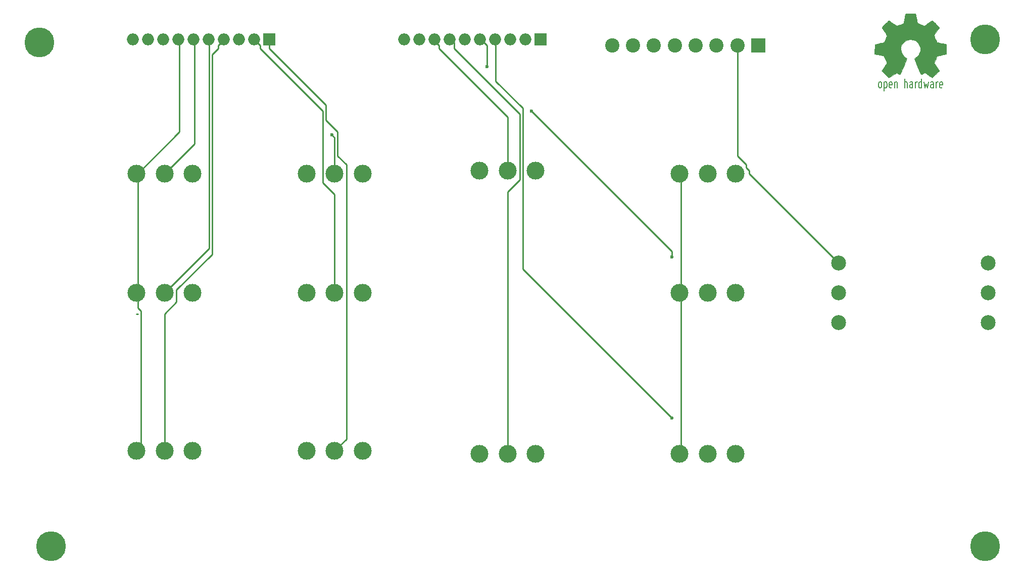
<source format=gbr>
G04 #@! TF.FileFunction,Copper,L1,Top,Signal*
%FSLAX46Y46*%
G04 Gerber Fmt 4.6, Leading zero omitted, Abs format (unit mm)*
G04 Created by KiCad (PCBNEW 4.0.0-rc2-stable) date 11-1-2016 16:01:00*
%MOMM*%
G01*
G04 APERTURE LIST*
%ADD10C,0.100000*%
%ADD11C,0.150000*%
%ADD12C,0.002540*%
%ADD13O,1.998980X1.998980*%
%ADD14R,1.998980X1.998980*%
%ADD15C,2.499360*%
%ADD16C,2.997200*%
%ADD17C,2.400000*%
%ADD18R,2.400000X2.400000*%
%ADD19C,5.001260*%
%ADD20C,0.600000*%
%ADD21C,0.250000*%
G04 APERTURE END LIST*
D10*
D11*
X192210000Y-43110000D02*
X192310000Y-43040000D01*
X192030000Y-43110000D02*
X192210000Y-43110000D01*
X191930000Y-43040000D02*
X192030000Y-43110000D01*
X191880000Y-42900000D02*
X191930000Y-43040000D01*
X191880000Y-42320000D02*
X191880000Y-42900000D01*
X191940000Y-42170000D02*
X191880000Y-42320000D01*
X192040000Y-42100000D02*
X191940000Y-42170000D01*
X192210000Y-42100000D02*
X192040000Y-42100000D01*
X192310000Y-42190000D02*
X192210000Y-42100000D01*
X192360000Y-42320000D02*
X192310000Y-42190000D01*
X192360000Y-42590000D02*
X192360000Y-42320000D01*
X191880000Y-42590000D02*
X192360000Y-42590000D01*
X191310000Y-42110000D02*
X191310000Y-43110000D01*
X191360000Y-42250000D02*
X191310000Y-42420000D01*
X191400000Y-42190000D02*
X191360000Y-42250000D01*
X191500000Y-42110000D02*
X191400000Y-42190000D01*
X191610000Y-42110000D02*
X191500000Y-42110000D01*
X189260000Y-42100000D02*
X189450000Y-43110000D01*
X189450000Y-43110000D02*
X189640000Y-42390000D01*
X189640000Y-42390000D02*
X189830000Y-43110000D01*
X189830000Y-43110000D02*
X190030000Y-42100000D01*
X188880000Y-43030000D02*
X188790000Y-43110000D01*
X188790000Y-43110000D02*
X188600000Y-43110000D01*
X188600000Y-43110000D02*
X188530000Y-43060000D01*
X188530000Y-43060000D02*
X188460000Y-42980000D01*
X188460000Y-42980000D02*
X188400000Y-42820000D01*
X188400000Y-42820000D02*
X188400000Y-42400000D01*
X188400000Y-42400000D02*
X188450000Y-42250000D01*
X188450000Y-42250000D02*
X188520000Y-42160000D01*
X188520000Y-42160000D02*
X188600000Y-42110000D01*
X188600000Y-42110000D02*
X188780000Y-42110000D01*
X188780000Y-42110000D02*
X188880000Y-42190000D01*
X188880000Y-41610000D02*
X188880000Y-43110000D01*
X188130000Y-42110000D02*
X188020000Y-42110000D01*
X188020000Y-42110000D02*
X187920000Y-42190000D01*
X187920000Y-42190000D02*
X187880000Y-42250000D01*
X187880000Y-42250000D02*
X187830000Y-42420000D01*
X187830000Y-42110000D02*
X187830000Y-43110000D01*
X190840000Y-42320000D02*
X190840000Y-43110000D01*
X190780000Y-42170000D02*
X190840000Y-42320000D01*
X190690000Y-42100000D02*
X190780000Y-42170000D01*
X190510000Y-42100000D02*
X190690000Y-42100000D01*
X190400000Y-42180000D02*
X190510000Y-42100000D01*
X190360000Y-42880000D02*
X190400000Y-43020000D01*
X190360000Y-42750000D02*
X190360000Y-42880000D01*
X190410000Y-42610000D02*
X190360000Y-42750000D01*
X190510000Y-42530000D02*
X190410000Y-42610000D01*
X190750000Y-42530000D02*
X190510000Y-42530000D01*
X190840000Y-42460000D02*
X190750000Y-42530000D01*
X190740000Y-43110000D02*
X190840000Y-43030000D01*
X190510000Y-43110000D02*
X190740000Y-43110000D01*
X190400000Y-43020000D02*
X190510000Y-43110000D01*
X186920000Y-43020000D02*
X187030000Y-43110000D01*
X187030000Y-43110000D02*
X187260000Y-43110000D01*
X187260000Y-43110000D02*
X187360000Y-43030000D01*
X187360000Y-42460000D02*
X187270000Y-42530000D01*
X187270000Y-42530000D02*
X187030000Y-42530000D01*
X187030000Y-42530000D02*
X186930000Y-42610000D01*
X186930000Y-42610000D02*
X186880000Y-42750000D01*
X186880000Y-42750000D02*
X186880000Y-42880000D01*
X186880000Y-42880000D02*
X186920000Y-43020000D01*
X186920000Y-42180000D02*
X187030000Y-42100000D01*
X187030000Y-42100000D02*
X187210000Y-42100000D01*
X187210000Y-42100000D02*
X187300000Y-42170000D01*
X187300000Y-42170000D02*
X187360000Y-42320000D01*
X187360000Y-42320000D02*
X187360000Y-43110000D01*
X186020000Y-43110000D02*
X186020000Y-41610000D01*
X186080000Y-42170000D02*
X186020000Y-42240000D01*
X186160000Y-42110000D02*
X186080000Y-42170000D01*
X186300000Y-42110000D02*
X186160000Y-42110000D01*
X186400000Y-42180000D02*
X186300000Y-42110000D01*
X186450000Y-42330000D02*
X186400000Y-42180000D01*
X186450000Y-43110000D02*
X186450000Y-42330000D01*
X184790000Y-43110000D02*
X184790000Y-42330000D01*
X184790000Y-42330000D02*
X184740000Y-42180000D01*
X184740000Y-42180000D02*
X184640000Y-42110000D01*
X184640000Y-42110000D02*
X184500000Y-42110000D01*
X184500000Y-42110000D02*
X184420000Y-42170000D01*
X184420000Y-42170000D02*
X184360000Y-42240000D01*
X184360000Y-42110000D02*
X184360000Y-43110000D01*
X183450000Y-42590000D02*
X183930000Y-42590000D01*
X183930000Y-42590000D02*
X183930000Y-42320000D01*
X183930000Y-42320000D02*
X183880000Y-42190000D01*
X183880000Y-42190000D02*
X183780000Y-42100000D01*
X183780000Y-42100000D02*
X183610000Y-42100000D01*
X183610000Y-42100000D02*
X183510000Y-42170000D01*
X183510000Y-42170000D02*
X183450000Y-42320000D01*
X183450000Y-42320000D02*
X183450000Y-42900000D01*
X183450000Y-42900000D02*
X183500000Y-43040000D01*
X183500000Y-43040000D02*
X183600000Y-43110000D01*
X183600000Y-43110000D02*
X183780000Y-43110000D01*
X183780000Y-43110000D02*
X183880000Y-43040000D01*
X182590000Y-42100000D02*
X182590000Y-43610000D01*
X182700000Y-42100000D02*
X182880000Y-42100000D01*
X182700000Y-43100000D02*
X182890000Y-43100000D01*
X182700000Y-42100000D02*
X182620000Y-42160000D01*
X182970000Y-42170000D02*
X182880000Y-42100000D01*
X183020000Y-42240000D02*
X182970000Y-42170000D01*
X183070000Y-42400000D02*
X183020000Y-42240000D01*
X183070000Y-42810000D02*
X183070000Y-42400000D01*
X183020000Y-42950000D02*
X183070000Y-42810000D01*
X182980000Y-43020000D02*
X183020000Y-42950000D01*
X182880000Y-43100000D02*
X182980000Y-43020000D01*
X182600000Y-43030000D02*
X182700000Y-43100000D01*
X181640000Y-42400000D02*
X181640000Y-42810000D01*
X181640000Y-42810000D02*
X181690000Y-42950000D01*
X181690000Y-42950000D02*
X181740000Y-43040000D01*
X181740000Y-43040000D02*
X181840000Y-43110000D01*
X181840000Y-43110000D02*
X181980000Y-43110000D01*
X181980000Y-43110000D02*
X182080000Y-43030000D01*
X182080000Y-43030000D02*
X182120000Y-42960000D01*
X182120000Y-42960000D02*
X182170000Y-42820000D01*
X182170000Y-42820000D02*
X182170000Y-42410000D01*
X182170000Y-42410000D02*
X182120000Y-42250000D01*
X182120000Y-42250000D02*
X182070000Y-42180000D01*
X182070000Y-42180000D02*
X181980000Y-42110000D01*
X181980000Y-42110000D02*
X181830000Y-42110000D01*
X181830000Y-42110000D02*
X181750000Y-42170000D01*
X181750000Y-42170000D02*
X181690000Y-42250000D01*
X181690000Y-42250000D02*
X181640000Y-42400000D01*
D12*
G36*
X183362720Y-41389880D02*
X183426220Y-41356860D01*
X183565920Y-41267960D01*
X183766580Y-41138420D01*
X184002800Y-40978400D01*
X184241560Y-40818380D01*
X184437140Y-40686300D01*
X184574300Y-40599940D01*
X184630180Y-40566920D01*
X184660660Y-40577080D01*
X184774960Y-40632960D01*
X184937520Y-40719320D01*
X185034040Y-40767580D01*
X185183900Y-40833620D01*
X185257560Y-40846320D01*
X185270260Y-40826000D01*
X185326140Y-40709160D01*
X185412500Y-40513580D01*
X185526800Y-40251960D01*
X185656340Y-39949700D01*
X185793500Y-39619500D01*
X185933200Y-39284220D01*
X186065280Y-38966720D01*
X186184660Y-38679700D01*
X186278640Y-38446020D01*
X186339600Y-38283460D01*
X186362460Y-38212340D01*
X186354840Y-38197100D01*
X186281180Y-38125980D01*
X186149100Y-38026920D01*
X185864620Y-37795780D01*
X185585220Y-37445260D01*
X185415040Y-37049020D01*
X185356620Y-36607060D01*
X185404880Y-36198120D01*
X185567440Y-35804420D01*
X185841760Y-35451360D01*
X186174500Y-35187200D01*
X186563120Y-35022100D01*
X187000000Y-34966220D01*
X187419100Y-35014480D01*
X187820420Y-35171960D01*
X188173480Y-35441200D01*
X188323340Y-35613920D01*
X188529080Y-35972060D01*
X188645920Y-36358140D01*
X188658620Y-36454660D01*
X188640840Y-36876300D01*
X188516380Y-37280160D01*
X188295400Y-37640840D01*
X187985520Y-37938020D01*
X187947420Y-37965960D01*
X187802640Y-38072640D01*
X187708660Y-38146300D01*
X187632460Y-38207260D01*
X188168400Y-39500120D01*
X188254760Y-39705860D01*
X188402080Y-40056380D01*
X188531620Y-40361180D01*
X188635760Y-40605020D01*
X188706880Y-40765040D01*
X188737360Y-40831080D01*
X188742440Y-40833620D01*
X188788160Y-40841240D01*
X188887220Y-40805680D01*
X189067560Y-40719320D01*
X189186940Y-40658360D01*
X189324100Y-40592320D01*
X189385060Y-40566920D01*
X189438400Y-40594860D01*
X189570480Y-40681220D01*
X189760980Y-40810760D01*
X189992120Y-40965700D01*
X190213100Y-41115560D01*
X190416300Y-41250180D01*
X190563620Y-41344160D01*
X190634740Y-41382260D01*
X190644900Y-41382260D01*
X190708400Y-41346700D01*
X190825240Y-41250180D01*
X191000500Y-41082540D01*
X191249420Y-40838700D01*
X191287520Y-40800600D01*
X191493260Y-40592320D01*
X191658360Y-40417060D01*
X191770120Y-40292600D01*
X191810760Y-40236720D01*
X191810760Y-40236720D01*
X191772660Y-40165600D01*
X191681220Y-40018280D01*
X191546600Y-39815080D01*
X191384040Y-39573780D01*
X190954780Y-38954020D01*
X191191000Y-38367280D01*
X191262120Y-38186940D01*
X191353560Y-37968500D01*
X191422140Y-37813560D01*
X191457700Y-37744980D01*
X191521200Y-37722120D01*
X191681220Y-37684020D01*
X191914900Y-37635760D01*
X192191760Y-37584960D01*
X192455920Y-37536700D01*
X192694680Y-37490980D01*
X192867400Y-37457960D01*
X192946140Y-37442720D01*
X192963920Y-37430020D01*
X192979160Y-37391920D01*
X192989320Y-37310640D01*
X192994400Y-37165860D01*
X192999480Y-36937260D01*
X192999480Y-36607060D01*
X192999480Y-36571500D01*
X192994400Y-36256540D01*
X192989320Y-36005080D01*
X192981700Y-35839980D01*
X192969000Y-35773940D01*
X192969000Y-35773940D01*
X192895340Y-35756160D01*
X192725160Y-35720600D01*
X192486400Y-35672340D01*
X192201920Y-35619000D01*
X192184140Y-35616460D01*
X191899660Y-35560580D01*
X191663440Y-35512320D01*
X191495800Y-35474220D01*
X191427220Y-35451360D01*
X191411980Y-35431040D01*
X191353560Y-35319280D01*
X191272280Y-35144020D01*
X191178300Y-34930660D01*
X191086860Y-34707140D01*
X191005580Y-34506480D01*
X190952240Y-34356620D01*
X190937000Y-34288040D01*
X190937000Y-34288040D01*
X190980180Y-34219460D01*
X191076700Y-34072140D01*
X191216400Y-33868940D01*
X191381500Y-33627640D01*
X191394200Y-33607320D01*
X191556760Y-33368560D01*
X191688840Y-33165360D01*
X191777740Y-33020580D01*
X191810760Y-32957080D01*
X191810760Y-32952000D01*
X191754880Y-32880880D01*
X191632960Y-32743720D01*
X191457700Y-32560840D01*
X191249420Y-32350020D01*
X191180840Y-32283980D01*
X190949700Y-32055380D01*
X190787140Y-31908060D01*
X190685540Y-31826780D01*
X190637280Y-31809000D01*
X190634740Y-31811540D01*
X190563620Y-31854720D01*
X190411220Y-31953780D01*
X190205480Y-32093480D01*
X189961640Y-32258580D01*
X189946400Y-32268740D01*
X189705100Y-32431300D01*
X189506980Y-32568460D01*
X189364740Y-32662440D01*
X189301240Y-32698000D01*
X189291080Y-32698000D01*
X189194560Y-32670060D01*
X189024380Y-32611640D01*
X188813560Y-32530360D01*
X188592580Y-32441460D01*
X188389380Y-32355100D01*
X188239520Y-32286520D01*
X188168400Y-32245880D01*
X188165860Y-32243340D01*
X188140460Y-32156980D01*
X188099820Y-31976640D01*
X188046480Y-31730260D01*
X187993140Y-31435620D01*
X187982980Y-31389900D01*
X187929640Y-31102880D01*
X187883920Y-30866660D01*
X187848360Y-30704100D01*
X187833120Y-30635520D01*
X187792480Y-30627900D01*
X187652780Y-30617740D01*
X187439420Y-30610120D01*
X187180340Y-30607580D01*
X186908560Y-30610120D01*
X186644400Y-30615200D01*
X186418340Y-30622820D01*
X186255780Y-30635520D01*
X186187200Y-30648220D01*
X186184660Y-30653300D01*
X186161800Y-30742200D01*
X186121160Y-30920000D01*
X186070360Y-31168920D01*
X186014480Y-31463560D01*
X186004320Y-31516900D01*
X185950980Y-31801380D01*
X185902720Y-32035060D01*
X185867160Y-32195080D01*
X185849380Y-32258580D01*
X185823980Y-32271280D01*
X185707140Y-32324620D01*
X185516640Y-32403360D01*
X185277880Y-32499880D01*
X184729240Y-32720860D01*
X184056140Y-32258580D01*
X183995180Y-32217940D01*
X183751340Y-32052840D01*
X183553220Y-31920760D01*
X183413520Y-31831860D01*
X183357640Y-31798840D01*
X183352560Y-31801380D01*
X183283980Y-31859800D01*
X183151900Y-31984260D01*
X182969020Y-32162060D01*
X182758200Y-32372880D01*
X182600720Y-32530360D01*
X182415300Y-32718320D01*
X182298460Y-32845320D01*
X182232420Y-32926600D01*
X182209560Y-32977400D01*
X182217180Y-33010420D01*
X182260360Y-33079000D01*
X182359420Y-33226320D01*
X182496580Y-33432060D01*
X182661680Y-33668280D01*
X182796300Y-33868940D01*
X182943620Y-34095000D01*
X183037600Y-34255020D01*
X183070620Y-34333760D01*
X183063000Y-34366780D01*
X183014740Y-34498860D01*
X182936000Y-34699520D01*
X182834400Y-34935740D01*
X182600720Y-35469140D01*
X182250200Y-35535180D01*
X182039380Y-35575820D01*
X181742200Y-35634240D01*
X181457720Y-35687580D01*
X181015760Y-35773940D01*
X181000520Y-37399540D01*
X181069100Y-37430020D01*
X181135140Y-37447800D01*
X181297700Y-37483360D01*
X181531380Y-37529080D01*
X181808240Y-37582420D01*
X182044460Y-37625600D01*
X182280680Y-37671320D01*
X182450860Y-37704340D01*
X182527060Y-37719580D01*
X182544840Y-37744980D01*
X182605800Y-37861820D01*
X182689620Y-38042160D01*
X182783600Y-38263140D01*
X182877580Y-38489200D01*
X182961400Y-38700020D01*
X183019820Y-38860040D01*
X183042680Y-38943860D01*
X183009660Y-39004820D01*
X182920760Y-39144520D01*
X182788680Y-39342640D01*
X182628660Y-39578860D01*
X182466100Y-39815080D01*
X182331480Y-40015740D01*
X182234960Y-40160520D01*
X182196860Y-40226560D01*
X182217180Y-40272280D01*
X182311160Y-40386580D01*
X182488960Y-40569460D01*
X182753120Y-40831080D01*
X182796300Y-40874260D01*
X183007120Y-41074920D01*
X183184920Y-41240020D01*
X183306840Y-41349240D01*
X183362720Y-41389880D01*
X183362720Y-41389880D01*
G37*
X183362720Y-41389880D02*
X183426220Y-41356860D01*
X183565920Y-41267960D01*
X183766580Y-41138420D01*
X184002800Y-40978400D01*
X184241560Y-40818380D01*
X184437140Y-40686300D01*
X184574300Y-40599940D01*
X184630180Y-40566920D01*
X184660660Y-40577080D01*
X184774960Y-40632960D01*
X184937520Y-40719320D01*
X185034040Y-40767580D01*
X185183900Y-40833620D01*
X185257560Y-40846320D01*
X185270260Y-40826000D01*
X185326140Y-40709160D01*
X185412500Y-40513580D01*
X185526800Y-40251960D01*
X185656340Y-39949700D01*
X185793500Y-39619500D01*
X185933200Y-39284220D01*
X186065280Y-38966720D01*
X186184660Y-38679700D01*
X186278640Y-38446020D01*
X186339600Y-38283460D01*
X186362460Y-38212340D01*
X186354840Y-38197100D01*
X186281180Y-38125980D01*
X186149100Y-38026920D01*
X185864620Y-37795780D01*
X185585220Y-37445260D01*
X185415040Y-37049020D01*
X185356620Y-36607060D01*
X185404880Y-36198120D01*
X185567440Y-35804420D01*
X185841760Y-35451360D01*
X186174500Y-35187200D01*
X186563120Y-35022100D01*
X187000000Y-34966220D01*
X187419100Y-35014480D01*
X187820420Y-35171960D01*
X188173480Y-35441200D01*
X188323340Y-35613920D01*
X188529080Y-35972060D01*
X188645920Y-36358140D01*
X188658620Y-36454660D01*
X188640840Y-36876300D01*
X188516380Y-37280160D01*
X188295400Y-37640840D01*
X187985520Y-37938020D01*
X187947420Y-37965960D01*
X187802640Y-38072640D01*
X187708660Y-38146300D01*
X187632460Y-38207260D01*
X188168400Y-39500120D01*
X188254760Y-39705860D01*
X188402080Y-40056380D01*
X188531620Y-40361180D01*
X188635760Y-40605020D01*
X188706880Y-40765040D01*
X188737360Y-40831080D01*
X188742440Y-40833620D01*
X188788160Y-40841240D01*
X188887220Y-40805680D01*
X189067560Y-40719320D01*
X189186940Y-40658360D01*
X189324100Y-40592320D01*
X189385060Y-40566920D01*
X189438400Y-40594860D01*
X189570480Y-40681220D01*
X189760980Y-40810760D01*
X189992120Y-40965700D01*
X190213100Y-41115560D01*
X190416300Y-41250180D01*
X190563620Y-41344160D01*
X190634740Y-41382260D01*
X190644900Y-41382260D01*
X190708400Y-41346700D01*
X190825240Y-41250180D01*
X191000500Y-41082540D01*
X191249420Y-40838700D01*
X191287520Y-40800600D01*
X191493260Y-40592320D01*
X191658360Y-40417060D01*
X191770120Y-40292600D01*
X191810760Y-40236720D01*
X191810760Y-40236720D01*
X191772660Y-40165600D01*
X191681220Y-40018280D01*
X191546600Y-39815080D01*
X191384040Y-39573780D01*
X190954780Y-38954020D01*
X191191000Y-38367280D01*
X191262120Y-38186940D01*
X191353560Y-37968500D01*
X191422140Y-37813560D01*
X191457700Y-37744980D01*
X191521200Y-37722120D01*
X191681220Y-37684020D01*
X191914900Y-37635760D01*
X192191760Y-37584960D01*
X192455920Y-37536700D01*
X192694680Y-37490980D01*
X192867400Y-37457960D01*
X192946140Y-37442720D01*
X192963920Y-37430020D01*
X192979160Y-37391920D01*
X192989320Y-37310640D01*
X192994400Y-37165860D01*
X192999480Y-36937260D01*
X192999480Y-36607060D01*
X192999480Y-36571500D01*
X192994400Y-36256540D01*
X192989320Y-36005080D01*
X192981700Y-35839980D01*
X192969000Y-35773940D01*
X192969000Y-35773940D01*
X192895340Y-35756160D01*
X192725160Y-35720600D01*
X192486400Y-35672340D01*
X192201920Y-35619000D01*
X192184140Y-35616460D01*
X191899660Y-35560580D01*
X191663440Y-35512320D01*
X191495800Y-35474220D01*
X191427220Y-35451360D01*
X191411980Y-35431040D01*
X191353560Y-35319280D01*
X191272280Y-35144020D01*
X191178300Y-34930660D01*
X191086860Y-34707140D01*
X191005580Y-34506480D01*
X190952240Y-34356620D01*
X190937000Y-34288040D01*
X190937000Y-34288040D01*
X190980180Y-34219460D01*
X191076700Y-34072140D01*
X191216400Y-33868940D01*
X191381500Y-33627640D01*
X191394200Y-33607320D01*
X191556760Y-33368560D01*
X191688840Y-33165360D01*
X191777740Y-33020580D01*
X191810760Y-32957080D01*
X191810760Y-32952000D01*
X191754880Y-32880880D01*
X191632960Y-32743720D01*
X191457700Y-32560840D01*
X191249420Y-32350020D01*
X191180840Y-32283980D01*
X190949700Y-32055380D01*
X190787140Y-31908060D01*
X190685540Y-31826780D01*
X190637280Y-31809000D01*
X190634740Y-31811540D01*
X190563620Y-31854720D01*
X190411220Y-31953780D01*
X190205480Y-32093480D01*
X189961640Y-32258580D01*
X189946400Y-32268740D01*
X189705100Y-32431300D01*
X189506980Y-32568460D01*
X189364740Y-32662440D01*
X189301240Y-32698000D01*
X189291080Y-32698000D01*
X189194560Y-32670060D01*
X189024380Y-32611640D01*
X188813560Y-32530360D01*
X188592580Y-32441460D01*
X188389380Y-32355100D01*
X188239520Y-32286520D01*
X188168400Y-32245880D01*
X188165860Y-32243340D01*
X188140460Y-32156980D01*
X188099820Y-31976640D01*
X188046480Y-31730260D01*
X187993140Y-31435620D01*
X187982980Y-31389900D01*
X187929640Y-31102880D01*
X187883920Y-30866660D01*
X187848360Y-30704100D01*
X187833120Y-30635520D01*
X187792480Y-30627900D01*
X187652780Y-30617740D01*
X187439420Y-30610120D01*
X187180340Y-30607580D01*
X186908560Y-30610120D01*
X186644400Y-30615200D01*
X186418340Y-30622820D01*
X186255780Y-30635520D01*
X186187200Y-30648220D01*
X186184660Y-30653300D01*
X186161800Y-30742200D01*
X186121160Y-30920000D01*
X186070360Y-31168920D01*
X186014480Y-31463560D01*
X186004320Y-31516900D01*
X185950980Y-31801380D01*
X185902720Y-32035060D01*
X185867160Y-32195080D01*
X185849380Y-32258580D01*
X185823980Y-32271280D01*
X185707140Y-32324620D01*
X185516640Y-32403360D01*
X185277880Y-32499880D01*
X184729240Y-32720860D01*
X184056140Y-32258580D01*
X183995180Y-32217940D01*
X183751340Y-32052840D01*
X183553220Y-31920760D01*
X183413520Y-31831860D01*
X183357640Y-31798840D01*
X183352560Y-31801380D01*
X183283980Y-31859800D01*
X183151900Y-31984260D01*
X182969020Y-32162060D01*
X182758200Y-32372880D01*
X182600720Y-32530360D01*
X182415300Y-32718320D01*
X182298460Y-32845320D01*
X182232420Y-32926600D01*
X182209560Y-32977400D01*
X182217180Y-33010420D01*
X182260360Y-33079000D01*
X182359420Y-33226320D01*
X182496580Y-33432060D01*
X182661680Y-33668280D01*
X182796300Y-33868940D01*
X182943620Y-34095000D01*
X183037600Y-34255020D01*
X183070620Y-34333760D01*
X183063000Y-34366780D01*
X183014740Y-34498860D01*
X182936000Y-34699520D01*
X182834400Y-34935740D01*
X182600720Y-35469140D01*
X182250200Y-35535180D01*
X182039380Y-35575820D01*
X181742200Y-35634240D01*
X181457720Y-35687580D01*
X181015760Y-35773940D01*
X181000520Y-37399540D01*
X181069100Y-37430020D01*
X181135140Y-37447800D01*
X181297700Y-37483360D01*
X181531380Y-37529080D01*
X181808240Y-37582420D01*
X182044460Y-37625600D01*
X182280680Y-37671320D01*
X182450860Y-37704340D01*
X182527060Y-37719580D01*
X182544840Y-37744980D01*
X182605800Y-37861820D01*
X182689620Y-38042160D01*
X182783600Y-38263140D01*
X182877580Y-38489200D01*
X182961400Y-38700020D01*
X183019820Y-38860040D01*
X183042680Y-38943860D01*
X183009660Y-39004820D01*
X182920760Y-39144520D01*
X182788680Y-39342640D01*
X182628660Y-39578860D01*
X182466100Y-39815080D01*
X182331480Y-40015740D01*
X182234960Y-40160520D01*
X182196860Y-40226560D01*
X182217180Y-40272280D01*
X182311160Y-40386580D01*
X182488960Y-40569460D01*
X182753120Y-40831080D01*
X182796300Y-40874260D01*
X183007120Y-41074920D01*
X183184920Y-41240020D01*
X183306840Y-41349240D01*
X183362720Y-41389880D01*
D13*
X71880000Y-35000000D03*
D14*
X79500000Y-35000000D03*
D13*
X76960000Y-35000000D03*
X74420000Y-35000000D03*
X69340000Y-35000000D03*
X66800000Y-35000000D03*
X64260000Y-35000000D03*
X61720000Y-35000000D03*
X59180000Y-35000000D03*
X56640000Y-35000000D03*
X117380000Y-35000000D03*
D14*
X125000000Y-35000000D03*
D13*
X122460000Y-35000000D03*
X119920000Y-35000000D03*
X114840000Y-35000000D03*
X112300000Y-35000000D03*
X109760000Y-35000000D03*
X107220000Y-35000000D03*
X104680000Y-35000000D03*
X102140000Y-35000000D03*
D15*
X200000000Y-77501260D03*
X200000000Y-82502520D03*
X200000000Y-72500000D03*
X175000000Y-77501260D03*
X175000000Y-82502520D03*
X175000000Y-72500000D03*
D16*
X57301000Y-77500000D03*
X62000000Y-77500000D03*
X66699000Y-77500000D03*
X57301000Y-57500000D03*
X62000000Y-57500000D03*
X66699000Y-57500000D03*
X57301000Y-104000000D03*
X62000000Y-104000000D03*
X66699000Y-104000000D03*
X85801000Y-57500000D03*
X90500000Y-57500000D03*
X95199000Y-57500000D03*
X85801000Y-104000000D03*
X90500000Y-104000000D03*
X95199000Y-104000000D03*
X85801000Y-77500000D03*
X90500000Y-77500000D03*
X95199000Y-77500000D03*
X114801000Y-57000000D03*
X119500000Y-57000000D03*
X124199000Y-57000000D03*
X114801000Y-104500000D03*
X119500000Y-104500000D03*
X124199000Y-104500000D03*
X148301000Y-77500000D03*
X153000000Y-77500000D03*
X157699000Y-77500000D03*
X148301000Y-57500000D03*
X153000000Y-57500000D03*
X157699000Y-57500000D03*
X148301000Y-104500000D03*
X153000000Y-104500000D03*
X157699000Y-104500000D03*
D17*
X154500000Y-36000000D03*
X158000000Y-36000000D03*
X151000000Y-36000000D03*
X147500000Y-36000000D03*
X144000000Y-36000000D03*
X140500000Y-36000000D03*
D18*
X161500000Y-36000000D03*
D17*
X137000000Y-36000000D03*
D19*
X199500000Y-120000000D03*
X43000000Y-120000000D03*
X41000000Y-35500000D03*
X199500000Y-35000000D03*
D20*
X90000000Y-51000000D03*
X147000000Y-98500000D03*
X116000000Y-39500000D03*
X123500000Y-47000000D03*
X147000000Y-71500000D03*
D21*
X57301000Y-81000000D02*
X57500000Y-81000000D01*
X57500000Y-81000000D02*
X57301000Y-81000000D01*
X71880000Y-35000000D02*
X72000000Y-35000000D01*
X72000000Y-35000000D02*
X71000000Y-36000000D01*
X71000000Y-36000000D02*
X71000000Y-36500000D01*
X71000000Y-36500000D02*
X70000000Y-37500000D01*
X70000000Y-37500000D02*
X70000000Y-71000000D01*
X70000000Y-71000000D02*
X64000000Y-77000000D01*
X64000000Y-77000000D02*
X64000000Y-79000000D01*
X64000000Y-79000000D02*
X62000000Y-81000000D01*
X62000000Y-81000000D02*
X62000000Y-104000000D01*
X71880000Y-35000000D02*
X72000000Y-35000000D01*
X90500000Y-104000000D02*
X92500000Y-102000000D01*
X92500000Y-102000000D02*
X92500000Y-56000000D01*
X92500000Y-56000000D02*
X91000000Y-54500000D01*
X91000000Y-54500000D02*
X91000000Y-50500000D01*
X91000000Y-50500000D02*
X89000000Y-48500000D01*
X89000000Y-48500000D02*
X89000000Y-46000000D01*
X89000000Y-46000000D02*
X79500000Y-36500000D01*
X79500000Y-36500000D02*
X79500000Y-35000000D01*
X76960000Y-35000000D02*
X77000000Y-35000000D01*
X77000000Y-35000000D02*
X78000000Y-36000000D01*
X78000000Y-36000000D02*
X78000000Y-36500000D01*
X78000000Y-36500000D02*
X88500000Y-47000000D01*
X88500000Y-47000000D02*
X88500000Y-59000000D01*
X88500000Y-59000000D02*
X90500000Y-61000000D01*
X90500000Y-61000000D02*
X90500000Y-77500000D01*
X76960000Y-35000000D02*
X77000000Y-35000000D01*
X77000000Y-35000000D02*
X77500000Y-35500000D01*
X76960000Y-35000000D02*
X77000000Y-35000000D01*
X90000000Y-51000000D02*
X90500000Y-51500000D01*
X90500000Y-51500000D02*
X90500000Y-57500000D01*
X62000000Y-77500000D02*
X69500000Y-70000000D01*
X69500000Y-70000000D02*
X69500000Y-35000000D01*
X69500000Y-35000000D02*
X69340000Y-35000000D01*
X69500000Y-35000000D02*
X69340000Y-35000000D01*
X62000000Y-57500000D02*
X67000000Y-52500000D01*
X67000000Y-52500000D02*
X67000000Y-35000000D01*
X67000000Y-35000000D02*
X66800000Y-35000000D01*
X67000000Y-35000000D02*
X66800000Y-35000000D01*
X57301000Y-57500000D02*
X57500000Y-57500000D01*
X57500000Y-57500000D02*
X64500000Y-50500000D01*
X64500000Y-50500000D02*
X64500000Y-35000000D01*
X64500000Y-35000000D02*
X64260000Y-35000000D01*
X148301000Y-77500000D02*
X148500000Y-77500000D01*
X148500000Y-77500000D02*
X148500000Y-104500000D01*
X148500000Y-104500000D02*
X148301000Y-104500000D01*
X57301000Y-104000000D02*
X57500000Y-104000000D01*
X57500000Y-104000000D02*
X58000000Y-103500000D01*
X58000000Y-103500000D02*
X58000000Y-80500000D01*
X58000000Y-80500000D02*
X57500000Y-80000000D01*
X57500000Y-80000000D02*
X57500000Y-77500000D01*
X57500000Y-77500000D02*
X57301000Y-77500000D01*
X57301000Y-77500000D02*
X57500000Y-77500000D01*
X57500000Y-77500000D02*
X57500000Y-57500000D01*
X57500000Y-57500000D02*
X57301000Y-57500000D01*
X148301000Y-57500000D02*
X148500000Y-57500000D01*
X148500000Y-57500000D02*
X148500000Y-77500000D01*
X148500000Y-77500000D02*
X148301000Y-77500000D01*
X64500000Y-35000000D02*
X64260000Y-35000000D01*
X57301000Y-57500000D02*
X57500000Y-57500000D01*
X148500000Y-103500000D02*
X148301000Y-103500000D01*
X148301000Y-77500000D02*
X148500000Y-77500000D01*
X57500000Y-57500000D02*
X57301000Y-57500000D01*
X57301000Y-104000000D02*
X57500000Y-104000000D01*
X148500000Y-77500000D02*
X148301000Y-77500000D01*
X148301000Y-57500000D02*
X148500000Y-57500000D01*
X147000000Y-98500000D02*
X122000000Y-73500000D01*
X122000000Y-73500000D02*
X122000000Y-46500000D01*
X122000000Y-46500000D02*
X117500000Y-42000000D01*
X117500000Y-42000000D02*
X117500000Y-35000000D01*
X117500000Y-35000000D02*
X117380000Y-35000000D01*
X117500000Y-35000000D02*
X117380000Y-35000000D01*
X114840000Y-35000000D02*
X115000000Y-35000000D01*
X115000000Y-35000000D02*
X116000000Y-36000000D01*
X116000000Y-36000000D02*
X116000000Y-39500000D01*
X123500000Y-47000000D02*
X147000000Y-70500000D01*
X147000000Y-70500000D02*
X147000000Y-71500000D01*
X114840000Y-35000000D02*
X115000000Y-35000000D01*
X109760000Y-35000000D02*
X110000000Y-35000000D01*
X110000000Y-35000000D02*
X110500000Y-35500000D01*
X110500000Y-35500000D02*
X110500000Y-36500000D01*
X110500000Y-36500000D02*
X121500000Y-47500000D01*
X121500000Y-47500000D02*
X121500000Y-58500000D01*
X121500000Y-58500000D02*
X119500000Y-60500000D01*
X119500000Y-60500000D02*
X119500000Y-104500000D01*
X110000000Y-35000000D02*
X110500000Y-35500000D01*
X109760000Y-35000000D02*
X110000000Y-35000000D01*
X107220000Y-35000000D02*
X107000000Y-35000000D01*
X107000000Y-35000000D02*
X108000000Y-36000000D01*
X108000000Y-36000000D02*
X108000000Y-36500000D01*
X108000000Y-36500000D02*
X119500000Y-48000000D01*
X119500000Y-48000000D02*
X119500000Y-57000000D01*
X107220000Y-35000000D02*
X107000000Y-35000000D01*
X175000000Y-72500000D02*
X160000000Y-57500000D01*
X160000000Y-57500000D02*
X160000000Y-57000000D01*
X160000000Y-57000000D02*
X159500000Y-56500000D01*
X159500000Y-56500000D02*
X159500000Y-56000000D01*
X159500000Y-56000000D02*
X158000000Y-54500000D01*
X158000000Y-54500000D02*
X158000000Y-36000000D01*
M02*

</source>
